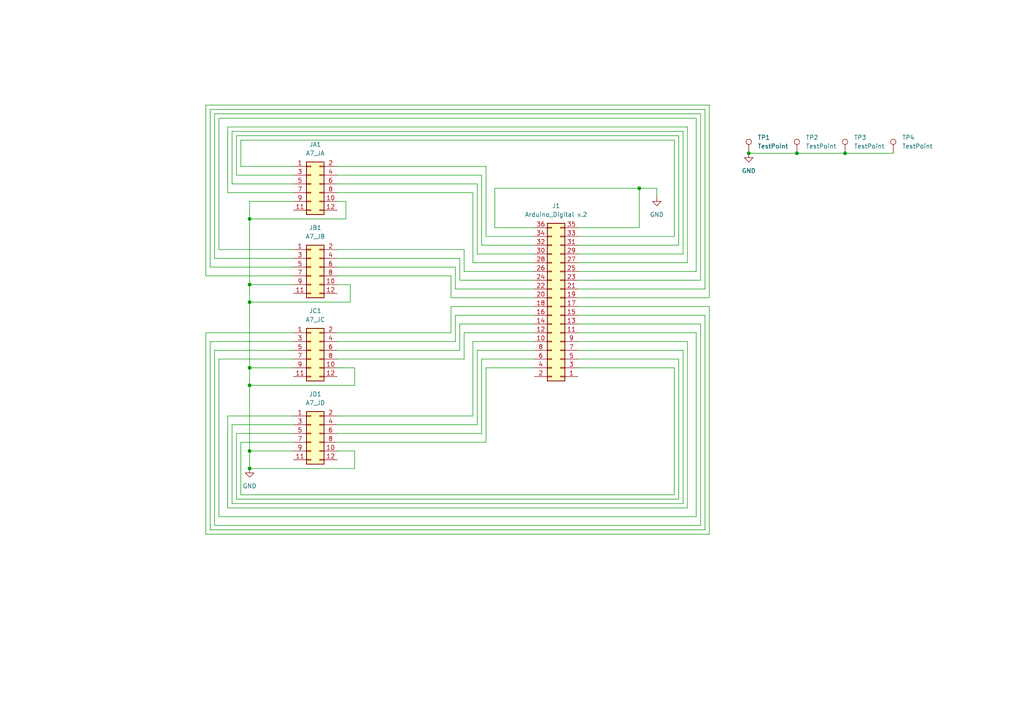
<source format=kicad_sch>
(kicad_sch (version 20231120) (generator "eeschema") (generator_version "8.0")
  (paper "A4")
  (lib_symbols
    (symbol "Connector:TestPoint" (pin_numbers hide) (pin_names (offset 0.762) hide)
      (property "Reference" "TP" (at 0 6.858 0))
      (property "Value" "TestPoint" (at 0 5.08 0))
      (symbol "TestPoint_0_1"
        (circle (center 0 3.302) (radius 0.762))
      )
      (symbol "TestPoint_1_1"
        (pin passive line (at 0 0 90) (length 2.54) (name "1") (number "1"))
      )
    )
    (symbol "Connector_Generic:Conn_02x06_Odd_Even" (pin_names (offset 1.016) hide)
      (property "Reference" "J" (at 1.27 7.62 0))
      (property "Value" "Conn_02x06_Odd_Even" (at 1.27 -10.16 0))
      (symbol "Conn_02x06_Odd_Even_1_1"
        (rectangle (start -1.27 -7.493) (end 0 -7.747) (stroke (width 0.1524)))
        (rectangle (start -1.27 -4.953) (end 0 -5.207) (stroke (width 0.1524)))
        (rectangle (start -1.27 -2.413) (end 0 -2.667) (stroke (width 0.1524)))
        (rectangle (start -1.27 0.127) (end 0 -0.127) (stroke (width 0.1524)))
        (rectangle (start -1.27 2.667) (end 0 2.413) (stroke (width 0.1524)))
        (rectangle (start -1.27 5.207) (end 0 4.953) (stroke (width 0.1524)))
        (rectangle (start -1.27 6.35) (end 3.81 -8.89) (stroke (width 0.254)) (fill (type background)))
        (rectangle (start 3.81 -7.493) (end 2.54 -7.747) (stroke (width 0.1524)))
        (rectangle (start 3.81 -4.953) (end 2.54 -5.207) (stroke (width 0.1524)))
        (rectangle (start 3.81 -2.413) (end 2.54 -2.667) (stroke (width 0.1524)))
        (rectangle (start 3.81 0.127) (end 2.54 -0.127) (stroke (width 0.1524)))
        (rectangle (start 3.81 2.667) (end 2.54 2.413) (stroke (width 0.1524)))
        (rectangle (start 3.81 5.207) (end 2.54 4.953) (stroke (width 0.1524)))
        (pin passive line (at -5.08 5.08 0) (length 3.81) (name "Pin_1") (number "1"))
        (pin passive line (at 7.62 -5.08 180) (length 3.81) (name "Pin_10") (number "10"))
        (pin passive line (at -5.08 -7.62 0) (length 3.81) (name "Pin_11") (number "11"))
        (pin passive line (at 7.62 -7.62 180) (length 3.81) (name "Pin_12") (number "12"))
        (pin passive line (at 7.62 5.08 180) (length 3.81) (name "Pin_2") (number "2"))
        (pin passive line (at -5.08 2.54 0) (length 3.81) (name "Pin_3") (number "3"))
        (pin passive line (at 7.62 2.54 180) (length 3.81) (name "Pin_4") (number "4"))
        (pin passive line (at -5.08 0 0) (length 3.81) (name "Pin_5") (number "5"))
        (pin passive line (at 7.62 0 180) (length 3.81) (name "Pin_6") (number "6"))
        (pin passive line (at -5.08 -2.54 0) (length 3.81) (name "Pin_7") (number "7"))
        (pin passive line (at 7.62 -2.54 180) (length 3.81) (name "Pin_8") (number "8"))
        (pin passive line (at -5.08 -5.08 0) (length 3.81) (name "Pin_9") (number "9"))
      )
    )
    (symbol "Connector_Generic:Conn_02x18_Odd_Even" (pin_names (offset 1.016) hide)
      (property "Reference" "J" (at 1.27 22.86 0))
      (property "Value" "Conn_02x18_Odd_Even" (at 1.27 -25.4 0))
      (symbol "Conn_02x18_Odd_Even_1_1"
        (rectangle (start -1.27 -22.733) (end 0 -22.987) (stroke (width 0.1524)))
        (rectangle (start -1.27 -20.193) (end 0 -20.447) (stroke (width 0.1524)))
        (rectangle (start -1.27 -17.653) (end 0 -17.907) (stroke (width 0.1524)))
        (rectangle (start -1.27 -15.113) (end 0 -15.367) (stroke (width 0.1524)))
        (rectangle (start -1.27 -12.573) (end 0 -12.827) (stroke (width 0.1524)))
        (rectangle (start -1.27 -10.033) (end 0 -10.287) (stroke (width 0.1524)))
        (rectangle (start -1.27 -7.493) (end 0 -7.747) (stroke (width 0.1524)))
        (rectangle (start -1.27 -4.953) (end 0 -5.207) (stroke (width 0.1524)))
        (rectangle (start -1.27 -2.413) (end 0 -2.667) (stroke (width 0.1524)))
        (rectangle (start -1.27 0.127) (end 0 -0.127) (stroke (width 0.1524)))
        (rectangle (start -1.27 2.667) (end 0 2.413) (stroke (width 0.1524)))
        (rectangle (start -1.27 5.207) (end 0 4.953) (stroke (width 0.1524)))
        (rectangle (start -1.27 7.747) (end 0 7.493) (stroke (width 0.1524)))
        (rectangle (start -1.27 10.287) (end 0 10.033) (stroke (width 0.1524)))
        (rectangle (start -1.27 12.827) (end 0 12.573) (stroke (width 0.1524)))
        (rectangle (start -1.27 15.367) (end 0 15.113) (stroke (width 0.1524)))
        (rectangle (start -1.27 17.907) (end 0 17.653) (stroke (width 0.1524)))
        (rectangle (start -1.27 20.447) (end 0 20.193) (stroke (width 0.1524)))
        (rectangle (start -1.27 21.59) (end 3.81 -24.13) (stroke (width 0.254)) (fill (type background)))
        (rectangle (start 3.81 -22.733) (end 2.54 -22.987) (stroke (width 0.1524)))
        (rectangle (start 3.81 -20.193) (end 2.54 -20.447) (stroke (width 0.1524)))
        (rectangle (start 3.81 -17.653) (end 2.54 -17.907) (stroke (width 0.1524)))
        (rectangle (start 3.81 -15.113) (end 2.54 -15.367) (stroke (width 0.1524)))
        (rectangle (start 3.81 -12.573) (end 2.54 -12.827) (stroke (width 0.1524)))
        (rectangle (start 3.81 -10.033) (end 2.54 -10.287) (stroke (width 0.1524)))
        (rectangle (start 3.81 -7.493) (end 2.54 -7.747) (stroke (width 0.1524)))
        (rectangle (start 3.81 -4.953) (end 2.54 -5.207) (stroke (width 0.1524)))
        (rectangle (start 3.81 -2.413) (end 2.54 -2.667) (stroke (width 0.1524)))
        (rectangle (start 3.81 0.127) (end 2.54 -0.127) (stroke (width 0.1524)))
        (rectangle (start 3.81 2.667) (end 2.54 2.413) (stroke (width 0.1524)))
        (rectangle (start 3.81 5.207) (end 2.54 4.953) (stroke (width 0.1524)))
        (rectangle (start 3.81 7.747) (end 2.54 7.493) (stroke (width 0.1524)))
        (rectangle (start 3.81 10.287) (end 2.54 10.033) (stroke (width 0.1524)))
        (rectangle (start 3.81 12.827) (end 2.54 12.573) (stroke (width 0.1524)))
        (rectangle (start 3.81 15.367) (end 2.54 15.113) (stroke (width 0.1524)))
        (rectangle (start 3.81 17.907) (end 2.54 17.653) (stroke (width 0.1524)))
        (rectangle (start 3.81 20.447) (end 2.54 20.193) (stroke (width 0.1524)))
        (pin passive line (at -5.08 20.32 0) (length 3.81) (name "Pin_1") (number "1"))
        (pin passive line (at 7.62 10.16 180) (length 3.81) (name "Pin_10") (number "10"))
        (pin passive line (at -5.08 7.62 0) (length 3.81) (name "Pin_11") (number "11"))
        (pin passive line (at 7.62 7.62 180) (length 3.81) (name "Pin_12") (number "12"))
        (pin passive line (at -5.08 5.08 0) (length 3.81) (name "Pin_13") (number "13"))
        (pin passive line (at 7.62 5.08 180) (length 3.81) (name "Pin_14") (number "14"))
        (pin passive line (at -5.08 2.54 0) (length 3.81) (name "Pin_15") (number "15"))
        (pin passive line (at 7.62 2.54 180) (length 3.81) (name "Pin_16") (number "16"))
        (pin passive line (at -5.08 0 0) (length 3.81) (name "Pin_17") (number "17"))
        (pin passive line (at 7.62 0 180) (length 3.81) (name "Pin_18") (number "18"))
        (pin passive line (at -5.08 -2.54 0) (length 3.81) (name "Pin_19") (number "19"))
        (pin passive line (at 7.62 20.32 180) (length 3.81) (name "Pin_2") (number "2"))
        (pin passive line (at 7.62 -2.54 180) (length 3.81) (name "Pin_20") (number "20"))
        (pin passive line (at -5.08 -5.08 0) (length 3.81) (name "Pin_21") (number "21"))
        (pin passive line (at 7.62 -5.08 180) (length 3.81) (name "Pin_22") (number "22"))
        (pin passive line (at -5.08 -7.62 0) (length 3.81) (name "Pin_23") (number "23"))
        (pin passive line (at 7.62 -7.62 180) (length 3.81) (name "Pin_24") (number "24"))
        (pin passive line (at -5.08 -10.16 0) (length 3.81) (name "Pin_25") (number "25"))
        (pin passive line (at 7.62 -10.16 180) (length 3.81) (name "Pin_26") (number "26"))
        (pin passive line (at -5.08 -12.7 0) (length 3.81) (name "Pin_27") (number "27"))
        (pin passive line (at 7.62 -12.7 180) (length 3.81) (name "Pin_28") (number "28"))
        (pin passive line (at -5.08 -15.24 0) (length 3.81) (name "Pin_29") (number "29"))
        (pin passive line (at -5.08 17.78 0) (length 3.81) (name "Pin_3") (number "3"))
        (pin passive line (at 7.62 -15.24 180) (length 3.81) (name "Pin_30") (number "30"))
        (pin passive line (at -5.08 -17.78 0) (length 3.81) (name "Pin_31") (number "31"))
        (pin passive line (at 7.62 -17.78 180) (length 3.81) (name "Pin_32") (number "32"))
        (pin passive line (at -5.08 -20.32 0) (length 3.81) (name "Pin_33") (number "33"))
        (pin passive line (at 7.62 -20.32 180) (length 3.81) (name "Pin_34") (number "34"))
        (pin passive line (at -5.08 -22.86 0) (length 3.81) (name "Pin_35") (number "35"))
        (pin passive line (at 7.62 -22.86 180) (length 3.81) (name "Pin_36") (number "36"))
        (pin passive line (at 7.62 17.78 180) (length 3.81) (name "Pin_4") (number "4"))
        (pin passive line (at -5.08 15.24 0) (length 3.81) (name "Pin_5") (number "5"))
        (pin passive line (at 7.62 15.24 180) (length 3.81) (name "Pin_6") (number "6"))
        (pin passive line (at -5.08 12.7 0) (length 3.81) (name "Pin_7") (number "7"))
        (pin passive line (at 7.62 12.7 180) (length 3.81) (name "Pin_8") (number "8"))
        (pin passive line (at -5.08 10.16 0) (length 3.81) (name "Pin_9") (number "9"))
      )
    )
    (symbol "power:GND" (power) (pin_numbers hide) (pin_names (offset 0) hide)
      (property "Value" "GND" (at 0 -3.81 0))
      (symbol "GND_0_1"
        (polyline (pts (xy 0 0) (xy 0 -1.27) (xy 1.27 -1.27) (xy 0 -2.54) (xy -1.27 -1.27) (xy 0 -1.27)))
      )
      (symbol "GND_1_1"
        (pin power_in line (at 0 0 270) (length 0) (name "~") (number "1"))
      )
    )
  )
  (junction (at 72.39 87.63))
  (junction (at 72.39 135.89))
  (junction (at 231.14 44.45))
  (junction (at 72.39 63.5))
  (junction (at 72.39 106.68))
  (junction (at 217.17 44.45))
  (junction (at 72.39 82.55))
  (junction (at 245.11 44.45))
  (junction (at 72.39 130.81))
  (junction (at 185.42 54.61))
  (junction (at 72.39 111.76))
  (wire (pts (xy 195.58 106.68) (xy 167.64 106.68)))
  (wire (pts (xy 97.79 106.68) (xy 102.87 106.68)))
  (wire (pts (xy 72.39 87.63) (xy 72.39 106.68)))
  (wire (pts (xy 97.79 80.01) (xy 130.81 80.01)))
  (wire (pts (xy 68.58 125.73) (xy 68.58 144.78)))
  (wire (pts (xy 204.47 153.67) (xy 204.47 91.44)))
  (wire (pts (xy 97.79 130.81) (xy 102.87 130.81)))
  (wire (pts (xy 102.87 130.81) (xy 102.87 135.89)))
  (wire (pts (xy 85.09 74.93) (xy 62.23 74.93)))
  (wire (pts (xy 167.64 88.9) (xy 205.74 88.9)))
  (wire (pts (xy 201.93 78.74) (xy 167.64 78.74)))
  (wire (pts (xy 67.31 123.19) (xy 67.31 146.05)))
  (wire (pts (xy 167.64 73.66) (xy 198.12 73.66)))
  (wire (pts (xy 139.7 50.8) (xy 139.7 71.12)))
  (wire (pts (xy 199.39 76.2) (xy 167.64 76.2)))
  (wire (pts (xy 167.64 86.36) (xy 205.74 86.36)))
  (wire (pts (xy 198.12 38.1) (xy 198.12 73.66)))
  (wire (pts (xy 69.85 143.51) (xy 195.58 143.51)))
  (wire (pts (xy 85.09 58.42) (xy 72.39 58.42)))
  (wire (pts (xy 85.09 77.47) (xy 60.96 77.47)))
  (wire (pts (xy 167.64 93.98) (xy 203.2 93.98)))
  (wire (pts (xy 190.5 54.61) (xy 190.5 57.15)))
  (wire (pts (xy 102.87 111.76) (xy 72.39 111.76)))
  (wire (pts (xy 63.5 149.86) (xy 201.93 149.86)))
  (wire (pts (xy 62.23 74.93) (xy 62.23 33.02)))
  (wire (pts (xy 134.62 78.74) (xy 154.94 78.74)))
  (wire (pts (xy 196.85 71.12) (xy 167.64 71.12)))
  (wire (pts (xy 139.7 71.12) (xy 154.94 71.12)))
  (wire (pts (xy 85.09 99.06) (xy 60.96 99.06)))
  (wire (pts (xy 67.31 38.1) (xy 198.12 38.1)))
  (wire (pts (xy 97.79 120.65) (xy 137.16 120.65)))
  (wire (pts (xy 85.09 50.8) (xy 68.58 50.8)))
  (wire (pts (xy 130.81 86.36) (xy 154.94 86.36)))
  (wire (pts (xy 130.81 96.52) (xy 130.81 88.9)))
  (wire (pts (xy 63.5 104.14) (xy 63.5 149.86)))
  (wire (pts (xy 185.42 54.61) (xy 185.42 66.04)))
  (wire (pts (xy 204.47 31.75) (xy 204.47 83.82)))
  (wire (pts (xy 72.39 82.55) (xy 85.09 82.55)))
  (wire (pts (xy 97.79 104.14) (xy 134.62 104.14)))
  (wire (pts (xy 199.39 36.83) (xy 199.39 76.2)))
  (wire (pts (xy 167.64 96.52) (xy 201.93 96.52)))
  (wire (pts (xy 198.12 101.6) (xy 167.64 101.6)))
  (wire (pts (xy 133.35 93.98) (xy 154.94 93.98)))
  (wire (pts (xy 167.64 83.82) (xy 204.47 83.82)))
  (wire (pts (xy 140.97 128.27) (xy 140.97 106.68)))
  (wire (pts (xy 205.74 154.94) (xy 205.74 88.9)))
  (wire (pts (xy 60.96 99.06) (xy 60.96 153.67)))
  (wire (pts (xy 201.93 149.86) (xy 201.93 96.52)))
  (wire (pts (xy 66.04 55.88) (xy 66.04 36.83)))
  (wire (pts (xy 72.39 82.55) (xy 72.39 87.63)))
  (wire (pts (xy 85.09 72.39) (xy 63.5 72.39)))
  (wire (pts (xy 138.43 73.66) (xy 154.94 73.66)))
  (wire (pts (xy 138.43 53.34) (xy 138.43 73.66)))
  (wire (pts (xy 72.39 111.76) (xy 72.39 130.81)))
  (wire (pts (xy 137.16 99.06) (xy 154.94 99.06)))
  (wire (pts (xy 85.09 104.14) (xy 63.5 104.14)))
  (wire (pts (xy 203.2 152.4) (xy 203.2 93.98)))
  (wire (pts (xy 205.74 30.48) (xy 205.74 86.36)))
  (wire (pts (xy 133.35 74.93) (xy 133.35 81.28)))
  (wire (pts (xy 69.85 128.27) (xy 69.85 143.51)))
  (wire (pts (xy 140.97 68.58) (xy 154.94 68.58)))
  (wire (pts (xy 134.62 104.14) (xy 134.62 96.52)))
  (wire (pts (xy 217.17 44.45) (xy 231.14 44.45)))
  (wire (pts (xy 62.23 101.6) (xy 62.23 152.4)))
  (wire (pts (xy 97.79 125.73) (xy 139.7 125.73)))
  (wire (pts (xy 130.81 80.01) (xy 130.81 86.36)))
  (wire (pts (xy 97.79 101.6) (xy 133.35 101.6)))
  (wire (pts (xy 60.96 77.47) (xy 60.96 31.75)))
  (wire (pts (xy 102.87 135.89) (xy 72.39 135.89)))
  (wire (pts (xy 60.96 31.75) (xy 204.47 31.75)))
  (wire (pts (xy 59.69 154.94) (xy 205.74 154.94)))
  (wire (pts (xy 138.43 123.19) (xy 138.43 101.6)))
  (wire (pts (xy 97.79 96.52) (xy 130.81 96.52)))
  (wire (pts (xy 85.09 80.01) (xy 59.69 80.01)))
  (wire (pts (xy 72.39 63.5) (xy 72.39 82.55)))
  (wire (pts (xy 72.39 106.68) (xy 72.39 111.76)))
  (wire (pts (xy 63.5 34.29) (xy 201.93 34.29)))
  (wire (pts (xy 85.09 96.52) (xy 59.69 96.52)))
  (wire (pts (xy 134.62 72.39) (xy 134.62 78.74)))
  (wire (pts (xy 139.7 104.14) (xy 154.94 104.14)))
  (wire (pts (xy 130.81 88.9) (xy 154.94 88.9)))
  (wire (pts (xy 196.85 144.78) (xy 196.85 104.14)))
  (wire (pts (xy 97.79 55.88) (xy 137.16 55.88)))
  (wire (pts (xy 199.39 99.06) (xy 167.64 99.06)))
  (wire (pts (xy 102.87 106.68) (xy 102.87 111.76)))
  (wire (pts (xy 68.58 144.78) (xy 196.85 144.78)))
  (wire (pts (xy 154.94 66.04) (xy 143.51 66.04)))
  (wire (pts (xy 69.85 40.64) (xy 195.58 40.64)))
  (wire (pts (xy 100.33 63.5) (xy 72.39 63.5)))
  (wire (pts (xy 137.16 55.88) (xy 137.16 76.2)))
  (wire (pts (xy 132.08 91.44) (xy 154.94 91.44)))
  (wire (pts (xy 195.58 40.64) (xy 195.58 68.58)))
  (wire (pts (xy 195.58 143.51) (xy 195.58 106.68)))
  (wire (pts (xy 137.16 76.2) (xy 154.94 76.2)))
  (wire (pts (xy 143.51 66.04) (xy 143.51 54.61)))
  (wire (pts (xy 66.04 120.65) (xy 66.04 147.32)))
  (wire (pts (xy 59.69 30.48) (xy 205.74 30.48)))
  (wire (pts (xy 231.14 44.45) (xy 245.11 44.45)))
  (wire (pts (xy 85.09 55.88) (xy 66.04 55.88)))
  (wire (pts (xy 97.79 128.27) (xy 140.97 128.27)))
  (wire (pts (xy 196.85 39.37) (xy 196.85 71.12)))
  (wire (pts (xy 85.09 123.19) (xy 67.31 123.19)))
  (wire (pts (xy 203.2 81.28) (xy 167.64 81.28)))
  (wire (pts (xy 67.31 146.05) (xy 198.12 146.05)))
  (wire (pts (xy 139.7 125.73) (xy 139.7 104.14)))
  (wire (pts (xy 97.79 123.19) (xy 138.43 123.19)))
  (wire (pts (xy 69.85 48.26) (xy 69.85 40.64)))
  (wire (pts (xy 195.58 68.58) (xy 167.64 68.58)))
  (wire (pts (xy 97.79 74.93) (xy 133.35 74.93)))
  (wire (pts (xy 198.12 146.05) (xy 198.12 101.6)))
  (wire (pts (xy 97.79 48.26) (xy 140.97 48.26)))
  (wire (pts (xy 62.23 152.4) (xy 203.2 152.4)))
  (wire (pts (xy 97.79 99.06) (xy 132.08 99.06)))
  (wire (pts (xy 85.09 125.73) (xy 68.58 125.73)))
  (wire (pts (xy 199.39 147.32) (xy 199.39 99.06)))
  (wire (pts (xy 132.08 77.47) (xy 132.08 83.82)))
  (wire (pts (xy 59.69 80.01) (xy 59.69 30.48)))
  (wire (pts (xy 201.93 34.29) (xy 201.93 78.74)))
  (wire (pts (xy 132.08 83.82) (xy 154.94 83.82)))
  (wire (pts (xy 101.6 82.55) (xy 101.6 87.63)))
  (wire (pts (xy 72.39 87.63) (xy 101.6 87.63)))
  (wire (pts (xy 167.64 66.04) (xy 185.42 66.04)))
  (wire (pts (xy 85.09 120.65) (xy 66.04 120.65)))
  (wire (pts (xy 72.39 58.42) (xy 72.39 63.5)))
  (wire (pts (xy 138.43 101.6) (xy 154.94 101.6)))
  (wire (pts (xy 97.79 58.42) (xy 100.33 58.42)))
  (wire (pts (xy 72.39 130.81) (xy 85.09 130.81)))
  (wire (pts (xy 97.79 77.47) (xy 132.08 77.47)))
  (wire (pts (xy 85.09 128.27) (xy 69.85 128.27)))
  (wire (pts (xy 97.79 53.34) (xy 138.43 53.34)))
  (wire (pts (xy 59.69 96.52) (xy 59.69 154.94)))
  (wire (pts (xy 60.96 153.67) (xy 204.47 153.67)))
  (wire (pts (xy 132.08 99.06) (xy 132.08 91.44)))
  (wire (pts (xy 66.04 36.83) (xy 199.39 36.83)))
  (wire (pts (xy 68.58 39.37) (xy 196.85 39.37)))
  (wire (pts (xy 167.64 104.14) (xy 196.85 104.14)))
  (wire (pts (xy 97.79 50.8) (xy 139.7 50.8)))
  (wire (pts (xy 66.04 147.32) (xy 199.39 147.32)))
  (wire (pts (xy 62.23 33.02) (xy 203.2 33.02)))
  (wire (pts (xy 140.97 106.68) (xy 154.94 106.68)))
  (wire (pts (xy 134.62 96.52) (xy 154.94 96.52)))
  (wire (pts (xy 63.5 72.39) (xy 63.5 34.29)))
  (wire (pts (xy 100.33 58.42) (xy 100.33 63.5)))
  (wire (pts (xy 85.09 53.34) (xy 67.31 53.34)))
  (wire (pts (xy 143.51 54.61) (xy 185.42 54.61)))
  (wire (pts (xy 97.79 72.39) (xy 134.62 72.39)))
  (wire (pts (xy 204.47 91.44) (xy 167.64 91.44)))
  (wire (pts (xy 85.09 48.26) (xy 69.85 48.26)))
  (wire (pts (xy 67.31 53.34) (xy 67.31 38.1)))
  (wire (pts (xy 72.39 106.68) (xy 85.09 106.68)))
  (wire (pts (xy 97.79 82.55) (xy 101.6 82.55)))
  (wire (pts (xy 245.11 44.45) (xy 259.08 44.45)))
  (wire (pts (xy 72.39 135.89) (xy 72.39 130.81)))
  (wire (pts (xy 203.2 33.02) (xy 203.2 81.28)))
  (wire (pts (xy 140.97 48.26) (xy 140.97 68.58)))
  (wire (pts (xy 85.09 101.6) (xy 62.23 101.6)))
  (wire (pts (xy 185.42 54.61) (xy 190.5 54.61)))
  (wire (pts (xy 137.16 120.65) (xy 137.16 99.06)))
  (wire (pts (xy 133.35 101.6) (xy 133.35 93.98)))
  (wire (pts (xy 133.35 81.28) (xy 154.94 81.28)))
  (wire (pts (xy 68.58 50.8) (xy 68.58 39.37)))
  (symbol (lib_id "power:GND") (at 217.17 44.45 0) (unit 1)
    (property "Reference" "#PWR03" (effects (hide yes)))
    (property "Value" "GND" (at 217.17 49.53 0))
    (property "Description" "Power symbol creates a global label with name \"GND\" , ground" (effects (hide yes)))
  )
  (symbol (lib_id "Connector:TestPoint") (at 245.11 44.45 0) (unit 1)
    (property "Reference" "TP3" (at 247.65 39.8779 0) (effects (justify left)))
    (property "Value" "TestPoint" (at 247.65 42.4179 0) (effects (justify left)))
    (property "Footprint" "TestPoint:TestPoint_Bridge_Pitch7.62mm_Drill1.3mm" (effects (hide yes)))
    (property "Description" "test point" (effects (hide yes)))
  )
  (symbol (lib_id "Connector:TestPoint") (at 217.17 44.45 0) (unit 1)
    (property "Reference" "TP1" (at 219.71 39.8779 0) (effects (justify left)))
    (property "Value" "TestPoint" (at 219.71 42.4179 0) (effects (justify left)))
    (property "Footprint" "TestPoint:TestPoint_Plated_Hole_D4.0mm" (effects (hide yes)))
    (property "Description" "test point" (effects (hide yes)))
  )
  (symbol (lib_id "Connector_Generic:Conn_02x18_Odd_Even") (at 162.56 88.9 180) (unit 1)
    (property "Reference" "J1" (at 161.29 59.69 0))
    (property "Value" "Arduino_Digital v.2" (at 161.29 62.23 0))
    (property "Footprint" "Connector_PinHeader_2.54mm:PinHeader_2x18_P2.54mm_Vertical" (effects (hide yes)))
    (property "Description" "Generic connector, double row, 02x18, odd/even pin numbering scheme (row 1 odd numbers, row 2 even numbers), script generated (kicad-library-utils/schlib/autogen/connector/)" (effects (hide yes)))
  )
  (symbol (lib_id "Connector_Generic:Conn_02x06_Odd_Even") (at 90.17 53.34 0) (unit 1)
    (property "Reference" "JA1" (at 91.44 41.91 0))
    (property "Value" "A7_JA" (at 91.44 44.45 0))
    (property "Footprint" "Connector_PinHeader_2.54mm:PinHeader_2x06_P2.54mm_Vertical" (effects (hide yes)))
    (property "Description" "Generic connector, double row, 02x06, odd/even pin numbering scheme (row 1 odd numbers, row 2 even numbers), script generated (kicad-library-utils/schlib/autogen/connector/)" (effects (hide yes)))
  )
  (symbol (lib_id "Connector_Generic:Conn_02x06_Odd_Even") (at 90.17 101.6 0) (unit 1)
    (property "Reference" "JC1" (at 91.44 90.17 0))
    (property "Value" "A7_JC" (at 91.44 92.71 0))
    (property "Footprint" "Connector_PinHeader_2.54mm:PinHeader_2x06_P2.54mm_Vertical" (effects (hide yes)))
    (property "Description" "Generic connector, double row, 02x06, odd/even pin numbering scheme (row 1 odd numbers, row 2 even numbers), script generated (kicad-library-utils/schlib/autogen/connector/)" (effects (hide yes)))
  )
  (symbol (lib_id "power:GND") (at 190.5 57.15 0) (unit 1)
    (property "Reference" "#PWR02" (effects (hide yes)))
    (property "Value" "GND" (at 190.5 62.23 0))
    (property "Description" "Power symbol creates a global label with name \"GND\" , ground" (effects (hide yes)))
  )
  (symbol (lib_id "Connector:TestPoint") (at 259.08 44.45 0) (unit 1)
    (property "Reference" "TP4" (at 261.62 39.8779 0) (effects (justify left)))
    (property "Value" "TestPoint" (at 261.62 42.4179 0) (effects (justify left)))
    (property "Footprint" "TestPoint:TestPoint_Plated_Hole_D4.0mm" (effects (hide yes)))
    (property "Description" "test point" (effects (hide yes)))
  )
  (symbol (lib_id "Connector_Generic:Conn_02x06_Odd_Even") (at 90.17 125.73 0) (unit 1)
    (property "Reference" "JD1" (at 91.44 114.3 0))
    (property "Value" "A7_JD" (at 91.44 116.84 0))
    (property "Footprint" "Connector_PinHeader_2.54mm:PinHeader_2x06_P2.54mm_Vertical" (effects (hide yes)))
    (property "Description" "Generic connector, double row, 02x06, odd/even pin numbering scheme (row 1 odd numbers, row 2 even numbers), script generated (kicad-library-utils/schlib/autogen/connector/)" (effects (hide yes)))
  )
  (symbol (lib_id "Connector:TestPoint") (at 231.14 44.45 0) (unit 1)
    (property "Reference" "TP2" (at 233.68 39.8779 0) (effects (justify left)))
    (property "Value" "TestPoint" (at 233.68 42.4179 0) (effects (justify left)))
    (property "Footprint" "TestPoint:TestPoint_Plated_Hole_D4.0mm" (effects (hide yes)))
    (property "Description" "test point" (effects (hide yes)))
  )
  (symbol (lib_id "Connector_Generic:Conn_02x06_Odd_Even") (at 90.17 77.47 0) (unit 1)
    (property "Reference" "JB1" (at 91.44 66.04 0))
    (property "Value" "A7_JB" (at 91.44 68.58 0))
    (property "Footprint" "Connector_PinHeader_2.54mm:PinHeader_2x06_P2.54mm_Vertical" (effects (hide yes)))
    (property "Description" "Generic connector, double row, 02x06, odd/even pin numbering scheme (row 1 odd numbers, row 2 even numbers), script generated (kicad-library-utils/schlib/autogen/connector/)" (effects (hide yes)))
  )
  (symbol (lib_id "power:GND") (at 72.39 135.89 0) (unit 1)
    (property "Reference" "#PWR01" (effects (hide yes)))
    (property "Value" "GND" (at 72.39 140.97 0))
    (property "Description" "Power symbol creates a global label with name \"GND\" , ground" (effects (hide yes)))
  )
)
</source>
